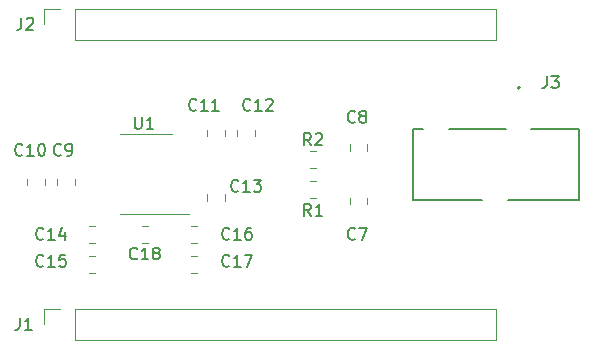
<source format=gbr>
%TF.GenerationSoftware,KiCad,Pcbnew,7.0.9*%
%TF.CreationDate,2023-12-17T12:43:31-08:00*%
%TF.ProjectId,bt_aux,62745f61-7578-42e6-9b69-6361645f7063,rev?*%
%TF.SameCoordinates,Original*%
%TF.FileFunction,Legend,Top*%
%TF.FilePolarity,Positive*%
%FSLAX46Y46*%
G04 Gerber Fmt 4.6, Leading zero omitted, Abs format (unit mm)*
G04 Created by KiCad (PCBNEW 7.0.9) date 2023-12-17 12:43:31*
%MOMM*%
%LPD*%
G01*
G04 APERTURE LIST*
%ADD10C,0.150000*%
%ADD11C,0.120000*%
%ADD12C,0.127000*%
%ADD13C,0.200000*%
G04 APERTURE END LIST*
D10*
X152741333Y-99673580D02*
X152693714Y-99721200D01*
X152693714Y-99721200D02*
X152550857Y-99768819D01*
X152550857Y-99768819D02*
X152455619Y-99768819D01*
X152455619Y-99768819D02*
X152312762Y-99721200D01*
X152312762Y-99721200D02*
X152217524Y-99625961D01*
X152217524Y-99625961D02*
X152169905Y-99530723D01*
X152169905Y-99530723D02*
X152122286Y-99340247D01*
X152122286Y-99340247D02*
X152122286Y-99197390D01*
X152122286Y-99197390D02*
X152169905Y-99006914D01*
X152169905Y-99006914D02*
X152217524Y-98911676D01*
X152217524Y-98911676D02*
X152312762Y-98816438D01*
X152312762Y-98816438D02*
X152455619Y-98768819D01*
X152455619Y-98768819D02*
X152550857Y-98768819D01*
X152550857Y-98768819D02*
X152693714Y-98816438D01*
X152693714Y-98816438D02*
X152741333Y-98864057D01*
X153312762Y-99197390D02*
X153217524Y-99149771D01*
X153217524Y-99149771D02*
X153169905Y-99102152D01*
X153169905Y-99102152D02*
X153122286Y-99006914D01*
X153122286Y-99006914D02*
X153122286Y-98959295D01*
X153122286Y-98959295D02*
X153169905Y-98864057D01*
X153169905Y-98864057D02*
X153217524Y-98816438D01*
X153217524Y-98816438D02*
X153312762Y-98768819D01*
X153312762Y-98768819D02*
X153503238Y-98768819D01*
X153503238Y-98768819D02*
X153598476Y-98816438D01*
X153598476Y-98816438D02*
X153646095Y-98864057D01*
X153646095Y-98864057D02*
X153693714Y-98959295D01*
X153693714Y-98959295D02*
X153693714Y-99006914D01*
X153693714Y-99006914D02*
X153646095Y-99102152D01*
X153646095Y-99102152D02*
X153598476Y-99149771D01*
X153598476Y-99149771D02*
X153503238Y-99197390D01*
X153503238Y-99197390D02*
X153312762Y-99197390D01*
X153312762Y-99197390D02*
X153217524Y-99245009D01*
X153217524Y-99245009D02*
X153169905Y-99292628D01*
X153169905Y-99292628D02*
X153122286Y-99387866D01*
X153122286Y-99387866D02*
X153122286Y-99578342D01*
X153122286Y-99578342D02*
X153169905Y-99673580D01*
X153169905Y-99673580D02*
X153217524Y-99721200D01*
X153217524Y-99721200D02*
X153312762Y-99768819D01*
X153312762Y-99768819D02*
X153503238Y-99768819D01*
X153503238Y-99768819D02*
X153598476Y-99721200D01*
X153598476Y-99721200D02*
X153646095Y-99673580D01*
X153646095Y-99673580D02*
X153693714Y-99578342D01*
X153693714Y-99578342D02*
X153693714Y-99387866D01*
X153693714Y-99387866D02*
X153646095Y-99292628D01*
X153646095Y-99292628D02*
X153598476Y-99245009D01*
X153598476Y-99245009D02*
X153503238Y-99197390D01*
X142867142Y-105515580D02*
X142819523Y-105563200D01*
X142819523Y-105563200D02*
X142676666Y-105610819D01*
X142676666Y-105610819D02*
X142581428Y-105610819D01*
X142581428Y-105610819D02*
X142438571Y-105563200D01*
X142438571Y-105563200D02*
X142343333Y-105467961D01*
X142343333Y-105467961D02*
X142295714Y-105372723D01*
X142295714Y-105372723D02*
X142248095Y-105182247D01*
X142248095Y-105182247D02*
X142248095Y-105039390D01*
X142248095Y-105039390D02*
X142295714Y-104848914D01*
X142295714Y-104848914D02*
X142343333Y-104753676D01*
X142343333Y-104753676D02*
X142438571Y-104658438D01*
X142438571Y-104658438D02*
X142581428Y-104610819D01*
X142581428Y-104610819D02*
X142676666Y-104610819D01*
X142676666Y-104610819D02*
X142819523Y-104658438D01*
X142819523Y-104658438D02*
X142867142Y-104706057D01*
X143819523Y-105610819D02*
X143248095Y-105610819D01*
X143533809Y-105610819D02*
X143533809Y-104610819D01*
X143533809Y-104610819D02*
X143438571Y-104753676D01*
X143438571Y-104753676D02*
X143343333Y-104848914D01*
X143343333Y-104848914D02*
X143248095Y-104896533D01*
X144152857Y-104610819D02*
X144771904Y-104610819D01*
X144771904Y-104610819D02*
X144438571Y-104991771D01*
X144438571Y-104991771D02*
X144581428Y-104991771D01*
X144581428Y-104991771D02*
X144676666Y-105039390D01*
X144676666Y-105039390D02*
X144724285Y-105087009D01*
X144724285Y-105087009D02*
X144771904Y-105182247D01*
X144771904Y-105182247D02*
X144771904Y-105420342D01*
X144771904Y-105420342D02*
X144724285Y-105515580D01*
X144724285Y-105515580D02*
X144676666Y-105563200D01*
X144676666Y-105563200D02*
X144581428Y-105610819D01*
X144581428Y-105610819D02*
X144295714Y-105610819D01*
X144295714Y-105610819D02*
X144200476Y-105563200D01*
X144200476Y-105563200D02*
X144152857Y-105515580D01*
X168994666Y-95838819D02*
X168994666Y-96553104D01*
X168994666Y-96553104D02*
X168947047Y-96695961D01*
X168947047Y-96695961D02*
X168851809Y-96791200D01*
X168851809Y-96791200D02*
X168708952Y-96838819D01*
X168708952Y-96838819D02*
X168613714Y-96838819D01*
X169375619Y-95838819D02*
X169994666Y-95838819D01*
X169994666Y-95838819D02*
X169661333Y-96219771D01*
X169661333Y-96219771D02*
X169804190Y-96219771D01*
X169804190Y-96219771D02*
X169899428Y-96267390D01*
X169899428Y-96267390D02*
X169947047Y-96315009D01*
X169947047Y-96315009D02*
X169994666Y-96410247D01*
X169994666Y-96410247D02*
X169994666Y-96648342D01*
X169994666Y-96648342D02*
X169947047Y-96743580D01*
X169947047Y-96743580D02*
X169899428Y-96791200D01*
X169899428Y-96791200D02*
X169804190Y-96838819D01*
X169804190Y-96838819D02*
X169518476Y-96838819D01*
X169518476Y-96838819D02*
X169423238Y-96791200D01*
X169423238Y-96791200D02*
X169375619Y-96743580D01*
X149020833Y-107642819D02*
X148687500Y-107166628D01*
X148449405Y-107642819D02*
X148449405Y-106642819D01*
X148449405Y-106642819D02*
X148830357Y-106642819D01*
X148830357Y-106642819D02*
X148925595Y-106690438D01*
X148925595Y-106690438D02*
X148973214Y-106738057D01*
X148973214Y-106738057D02*
X149020833Y-106833295D01*
X149020833Y-106833295D02*
X149020833Y-106976152D01*
X149020833Y-106976152D02*
X148973214Y-107071390D01*
X148973214Y-107071390D02*
X148925595Y-107119009D01*
X148925595Y-107119009D02*
X148830357Y-107166628D01*
X148830357Y-107166628D02*
X148449405Y-107166628D01*
X149973214Y-107642819D02*
X149401786Y-107642819D01*
X149687500Y-107642819D02*
X149687500Y-106642819D01*
X149687500Y-106642819D02*
X149592262Y-106785676D01*
X149592262Y-106785676D02*
X149497024Y-106880914D01*
X149497024Y-106880914D02*
X149401786Y-106928533D01*
X126357142Y-111865580D02*
X126309523Y-111913200D01*
X126309523Y-111913200D02*
X126166666Y-111960819D01*
X126166666Y-111960819D02*
X126071428Y-111960819D01*
X126071428Y-111960819D02*
X125928571Y-111913200D01*
X125928571Y-111913200D02*
X125833333Y-111817961D01*
X125833333Y-111817961D02*
X125785714Y-111722723D01*
X125785714Y-111722723D02*
X125738095Y-111532247D01*
X125738095Y-111532247D02*
X125738095Y-111389390D01*
X125738095Y-111389390D02*
X125785714Y-111198914D01*
X125785714Y-111198914D02*
X125833333Y-111103676D01*
X125833333Y-111103676D02*
X125928571Y-111008438D01*
X125928571Y-111008438D02*
X126071428Y-110960819D01*
X126071428Y-110960819D02*
X126166666Y-110960819D01*
X126166666Y-110960819D02*
X126309523Y-111008438D01*
X126309523Y-111008438D02*
X126357142Y-111056057D01*
X127309523Y-111960819D02*
X126738095Y-111960819D01*
X127023809Y-111960819D02*
X127023809Y-110960819D01*
X127023809Y-110960819D02*
X126928571Y-111103676D01*
X126928571Y-111103676D02*
X126833333Y-111198914D01*
X126833333Y-111198914D02*
X126738095Y-111246533D01*
X128214285Y-110960819D02*
X127738095Y-110960819D01*
X127738095Y-110960819D02*
X127690476Y-111437009D01*
X127690476Y-111437009D02*
X127738095Y-111389390D01*
X127738095Y-111389390D02*
X127833333Y-111341771D01*
X127833333Y-111341771D02*
X128071428Y-111341771D01*
X128071428Y-111341771D02*
X128166666Y-111389390D01*
X128166666Y-111389390D02*
X128214285Y-111437009D01*
X128214285Y-111437009D02*
X128261904Y-111532247D01*
X128261904Y-111532247D02*
X128261904Y-111770342D01*
X128261904Y-111770342D02*
X128214285Y-111865580D01*
X128214285Y-111865580D02*
X128166666Y-111913200D01*
X128166666Y-111913200D02*
X128071428Y-111960819D01*
X128071428Y-111960819D02*
X127833333Y-111960819D01*
X127833333Y-111960819D02*
X127738095Y-111913200D01*
X127738095Y-111913200D02*
X127690476Y-111865580D01*
X124579142Y-102467580D02*
X124531523Y-102515200D01*
X124531523Y-102515200D02*
X124388666Y-102562819D01*
X124388666Y-102562819D02*
X124293428Y-102562819D01*
X124293428Y-102562819D02*
X124150571Y-102515200D01*
X124150571Y-102515200D02*
X124055333Y-102419961D01*
X124055333Y-102419961D02*
X124007714Y-102324723D01*
X124007714Y-102324723D02*
X123960095Y-102134247D01*
X123960095Y-102134247D02*
X123960095Y-101991390D01*
X123960095Y-101991390D02*
X124007714Y-101800914D01*
X124007714Y-101800914D02*
X124055333Y-101705676D01*
X124055333Y-101705676D02*
X124150571Y-101610438D01*
X124150571Y-101610438D02*
X124293428Y-101562819D01*
X124293428Y-101562819D02*
X124388666Y-101562819D01*
X124388666Y-101562819D02*
X124531523Y-101610438D01*
X124531523Y-101610438D02*
X124579142Y-101658057D01*
X125531523Y-102562819D02*
X124960095Y-102562819D01*
X125245809Y-102562819D02*
X125245809Y-101562819D01*
X125245809Y-101562819D02*
X125150571Y-101705676D01*
X125150571Y-101705676D02*
X125055333Y-101800914D01*
X125055333Y-101800914D02*
X124960095Y-101848533D01*
X126150571Y-101562819D02*
X126245809Y-101562819D01*
X126245809Y-101562819D02*
X126341047Y-101610438D01*
X126341047Y-101610438D02*
X126388666Y-101658057D01*
X126388666Y-101658057D02*
X126436285Y-101753295D01*
X126436285Y-101753295D02*
X126483904Y-101943771D01*
X126483904Y-101943771D02*
X126483904Y-102181866D01*
X126483904Y-102181866D02*
X126436285Y-102372342D01*
X126436285Y-102372342D02*
X126388666Y-102467580D01*
X126388666Y-102467580D02*
X126341047Y-102515200D01*
X126341047Y-102515200D02*
X126245809Y-102562819D01*
X126245809Y-102562819D02*
X126150571Y-102562819D01*
X126150571Y-102562819D02*
X126055333Y-102515200D01*
X126055333Y-102515200D02*
X126007714Y-102467580D01*
X126007714Y-102467580D02*
X125960095Y-102372342D01*
X125960095Y-102372342D02*
X125912476Y-102181866D01*
X125912476Y-102181866D02*
X125912476Y-101943771D01*
X125912476Y-101943771D02*
X125960095Y-101753295D01*
X125960095Y-101753295D02*
X126007714Y-101658057D01*
X126007714Y-101658057D02*
X126055333Y-101610438D01*
X126055333Y-101610438D02*
X126150571Y-101562819D01*
X124380666Y-116294819D02*
X124380666Y-117009104D01*
X124380666Y-117009104D02*
X124333047Y-117151961D01*
X124333047Y-117151961D02*
X124237809Y-117247200D01*
X124237809Y-117247200D02*
X124094952Y-117294819D01*
X124094952Y-117294819D02*
X123999714Y-117294819D01*
X125380666Y-117294819D02*
X124809238Y-117294819D01*
X125094952Y-117294819D02*
X125094952Y-116294819D01*
X125094952Y-116294819D02*
X124999714Y-116437676D01*
X124999714Y-116437676D02*
X124904476Y-116532914D01*
X124904476Y-116532914D02*
X124809238Y-116580533D01*
X142105142Y-111865580D02*
X142057523Y-111913200D01*
X142057523Y-111913200D02*
X141914666Y-111960819D01*
X141914666Y-111960819D02*
X141819428Y-111960819D01*
X141819428Y-111960819D02*
X141676571Y-111913200D01*
X141676571Y-111913200D02*
X141581333Y-111817961D01*
X141581333Y-111817961D02*
X141533714Y-111722723D01*
X141533714Y-111722723D02*
X141486095Y-111532247D01*
X141486095Y-111532247D02*
X141486095Y-111389390D01*
X141486095Y-111389390D02*
X141533714Y-111198914D01*
X141533714Y-111198914D02*
X141581333Y-111103676D01*
X141581333Y-111103676D02*
X141676571Y-111008438D01*
X141676571Y-111008438D02*
X141819428Y-110960819D01*
X141819428Y-110960819D02*
X141914666Y-110960819D01*
X141914666Y-110960819D02*
X142057523Y-111008438D01*
X142057523Y-111008438D02*
X142105142Y-111056057D01*
X143057523Y-111960819D02*
X142486095Y-111960819D01*
X142771809Y-111960819D02*
X142771809Y-110960819D01*
X142771809Y-110960819D02*
X142676571Y-111103676D01*
X142676571Y-111103676D02*
X142581333Y-111198914D01*
X142581333Y-111198914D02*
X142486095Y-111246533D01*
X143390857Y-110960819D02*
X144057523Y-110960819D01*
X144057523Y-110960819D02*
X143628952Y-111960819D01*
X152741333Y-109579580D02*
X152693714Y-109627200D01*
X152693714Y-109627200D02*
X152550857Y-109674819D01*
X152550857Y-109674819D02*
X152455619Y-109674819D01*
X152455619Y-109674819D02*
X152312762Y-109627200D01*
X152312762Y-109627200D02*
X152217524Y-109531961D01*
X152217524Y-109531961D02*
X152169905Y-109436723D01*
X152169905Y-109436723D02*
X152122286Y-109246247D01*
X152122286Y-109246247D02*
X152122286Y-109103390D01*
X152122286Y-109103390D02*
X152169905Y-108912914D01*
X152169905Y-108912914D02*
X152217524Y-108817676D01*
X152217524Y-108817676D02*
X152312762Y-108722438D01*
X152312762Y-108722438D02*
X152455619Y-108674819D01*
X152455619Y-108674819D02*
X152550857Y-108674819D01*
X152550857Y-108674819D02*
X152693714Y-108722438D01*
X152693714Y-108722438D02*
X152741333Y-108770057D01*
X153074667Y-108674819D02*
X153741333Y-108674819D01*
X153741333Y-108674819D02*
X153312762Y-109674819D01*
X143883142Y-98657580D02*
X143835523Y-98705200D01*
X143835523Y-98705200D02*
X143692666Y-98752819D01*
X143692666Y-98752819D02*
X143597428Y-98752819D01*
X143597428Y-98752819D02*
X143454571Y-98705200D01*
X143454571Y-98705200D02*
X143359333Y-98609961D01*
X143359333Y-98609961D02*
X143311714Y-98514723D01*
X143311714Y-98514723D02*
X143264095Y-98324247D01*
X143264095Y-98324247D02*
X143264095Y-98181390D01*
X143264095Y-98181390D02*
X143311714Y-97990914D01*
X143311714Y-97990914D02*
X143359333Y-97895676D01*
X143359333Y-97895676D02*
X143454571Y-97800438D01*
X143454571Y-97800438D02*
X143597428Y-97752819D01*
X143597428Y-97752819D02*
X143692666Y-97752819D01*
X143692666Y-97752819D02*
X143835523Y-97800438D01*
X143835523Y-97800438D02*
X143883142Y-97848057D01*
X144835523Y-98752819D02*
X144264095Y-98752819D01*
X144549809Y-98752819D02*
X144549809Y-97752819D01*
X144549809Y-97752819D02*
X144454571Y-97895676D01*
X144454571Y-97895676D02*
X144359333Y-97990914D01*
X144359333Y-97990914D02*
X144264095Y-98038533D01*
X145216476Y-97848057D02*
X145264095Y-97800438D01*
X145264095Y-97800438D02*
X145359333Y-97752819D01*
X145359333Y-97752819D02*
X145597428Y-97752819D01*
X145597428Y-97752819D02*
X145692666Y-97800438D01*
X145692666Y-97800438D02*
X145740285Y-97848057D01*
X145740285Y-97848057D02*
X145787904Y-97943295D01*
X145787904Y-97943295D02*
X145787904Y-98038533D01*
X145787904Y-98038533D02*
X145740285Y-98181390D01*
X145740285Y-98181390D02*
X145168857Y-98752819D01*
X145168857Y-98752819D02*
X145787904Y-98752819D01*
X139311142Y-98657580D02*
X139263523Y-98705200D01*
X139263523Y-98705200D02*
X139120666Y-98752819D01*
X139120666Y-98752819D02*
X139025428Y-98752819D01*
X139025428Y-98752819D02*
X138882571Y-98705200D01*
X138882571Y-98705200D02*
X138787333Y-98609961D01*
X138787333Y-98609961D02*
X138739714Y-98514723D01*
X138739714Y-98514723D02*
X138692095Y-98324247D01*
X138692095Y-98324247D02*
X138692095Y-98181390D01*
X138692095Y-98181390D02*
X138739714Y-97990914D01*
X138739714Y-97990914D02*
X138787333Y-97895676D01*
X138787333Y-97895676D02*
X138882571Y-97800438D01*
X138882571Y-97800438D02*
X139025428Y-97752819D01*
X139025428Y-97752819D02*
X139120666Y-97752819D01*
X139120666Y-97752819D02*
X139263523Y-97800438D01*
X139263523Y-97800438D02*
X139311142Y-97848057D01*
X140263523Y-98752819D02*
X139692095Y-98752819D01*
X139977809Y-98752819D02*
X139977809Y-97752819D01*
X139977809Y-97752819D02*
X139882571Y-97895676D01*
X139882571Y-97895676D02*
X139787333Y-97990914D01*
X139787333Y-97990914D02*
X139692095Y-98038533D01*
X141215904Y-98752819D02*
X140644476Y-98752819D01*
X140930190Y-98752819D02*
X140930190Y-97752819D01*
X140930190Y-97752819D02*
X140834952Y-97895676D01*
X140834952Y-97895676D02*
X140739714Y-97990914D01*
X140739714Y-97990914D02*
X140644476Y-98038533D01*
X134112095Y-99276819D02*
X134112095Y-100086342D01*
X134112095Y-100086342D02*
X134159714Y-100181580D01*
X134159714Y-100181580D02*
X134207333Y-100229200D01*
X134207333Y-100229200D02*
X134302571Y-100276819D01*
X134302571Y-100276819D02*
X134493047Y-100276819D01*
X134493047Y-100276819D02*
X134588285Y-100229200D01*
X134588285Y-100229200D02*
X134635904Y-100181580D01*
X134635904Y-100181580D02*
X134683523Y-100086342D01*
X134683523Y-100086342D02*
X134683523Y-99276819D01*
X135683523Y-100276819D02*
X135112095Y-100276819D01*
X135397809Y-100276819D02*
X135397809Y-99276819D01*
X135397809Y-99276819D02*
X135302571Y-99419676D01*
X135302571Y-99419676D02*
X135207333Y-99514914D01*
X135207333Y-99514914D02*
X135112095Y-99562533D01*
X126357142Y-109579580D02*
X126309523Y-109627200D01*
X126309523Y-109627200D02*
X126166666Y-109674819D01*
X126166666Y-109674819D02*
X126071428Y-109674819D01*
X126071428Y-109674819D02*
X125928571Y-109627200D01*
X125928571Y-109627200D02*
X125833333Y-109531961D01*
X125833333Y-109531961D02*
X125785714Y-109436723D01*
X125785714Y-109436723D02*
X125738095Y-109246247D01*
X125738095Y-109246247D02*
X125738095Y-109103390D01*
X125738095Y-109103390D02*
X125785714Y-108912914D01*
X125785714Y-108912914D02*
X125833333Y-108817676D01*
X125833333Y-108817676D02*
X125928571Y-108722438D01*
X125928571Y-108722438D02*
X126071428Y-108674819D01*
X126071428Y-108674819D02*
X126166666Y-108674819D01*
X126166666Y-108674819D02*
X126309523Y-108722438D01*
X126309523Y-108722438D02*
X126357142Y-108770057D01*
X127309523Y-109674819D02*
X126738095Y-109674819D01*
X127023809Y-109674819D02*
X127023809Y-108674819D01*
X127023809Y-108674819D02*
X126928571Y-108817676D01*
X126928571Y-108817676D02*
X126833333Y-108912914D01*
X126833333Y-108912914D02*
X126738095Y-108960533D01*
X128166666Y-109008152D02*
X128166666Y-109674819D01*
X127928571Y-108627200D02*
X127690476Y-109341485D01*
X127690476Y-109341485D02*
X128309523Y-109341485D01*
X149020833Y-101674819D02*
X148687500Y-101198628D01*
X148449405Y-101674819D02*
X148449405Y-100674819D01*
X148449405Y-100674819D02*
X148830357Y-100674819D01*
X148830357Y-100674819D02*
X148925595Y-100722438D01*
X148925595Y-100722438D02*
X148973214Y-100770057D01*
X148973214Y-100770057D02*
X149020833Y-100865295D01*
X149020833Y-100865295D02*
X149020833Y-101008152D01*
X149020833Y-101008152D02*
X148973214Y-101103390D01*
X148973214Y-101103390D02*
X148925595Y-101151009D01*
X148925595Y-101151009D02*
X148830357Y-101198628D01*
X148830357Y-101198628D02*
X148449405Y-101198628D01*
X149401786Y-100770057D02*
X149449405Y-100722438D01*
X149449405Y-100722438D02*
X149544643Y-100674819D01*
X149544643Y-100674819D02*
X149782738Y-100674819D01*
X149782738Y-100674819D02*
X149877976Y-100722438D01*
X149877976Y-100722438D02*
X149925595Y-100770057D01*
X149925595Y-100770057D02*
X149973214Y-100865295D01*
X149973214Y-100865295D02*
X149973214Y-100960533D01*
X149973214Y-100960533D02*
X149925595Y-101103390D01*
X149925595Y-101103390D02*
X149354167Y-101674819D01*
X149354167Y-101674819D02*
X149973214Y-101674819D01*
X134297142Y-111259580D02*
X134249523Y-111307200D01*
X134249523Y-111307200D02*
X134106666Y-111354819D01*
X134106666Y-111354819D02*
X134011428Y-111354819D01*
X134011428Y-111354819D02*
X133868571Y-111307200D01*
X133868571Y-111307200D02*
X133773333Y-111211961D01*
X133773333Y-111211961D02*
X133725714Y-111116723D01*
X133725714Y-111116723D02*
X133678095Y-110926247D01*
X133678095Y-110926247D02*
X133678095Y-110783390D01*
X133678095Y-110783390D02*
X133725714Y-110592914D01*
X133725714Y-110592914D02*
X133773333Y-110497676D01*
X133773333Y-110497676D02*
X133868571Y-110402438D01*
X133868571Y-110402438D02*
X134011428Y-110354819D01*
X134011428Y-110354819D02*
X134106666Y-110354819D01*
X134106666Y-110354819D02*
X134249523Y-110402438D01*
X134249523Y-110402438D02*
X134297142Y-110450057D01*
X135249523Y-111354819D02*
X134678095Y-111354819D01*
X134963809Y-111354819D02*
X134963809Y-110354819D01*
X134963809Y-110354819D02*
X134868571Y-110497676D01*
X134868571Y-110497676D02*
X134773333Y-110592914D01*
X134773333Y-110592914D02*
X134678095Y-110640533D01*
X135820952Y-110783390D02*
X135725714Y-110735771D01*
X135725714Y-110735771D02*
X135678095Y-110688152D01*
X135678095Y-110688152D02*
X135630476Y-110592914D01*
X135630476Y-110592914D02*
X135630476Y-110545295D01*
X135630476Y-110545295D02*
X135678095Y-110450057D01*
X135678095Y-110450057D02*
X135725714Y-110402438D01*
X135725714Y-110402438D02*
X135820952Y-110354819D01*
X135820952Y-110354819D02*
X136011428Y-110354819D01*
X136011428Y-110354819D02*
X136106666Y-110402438D01*
X136106666Y-110402438D02*
X136154285Y-110450057D01*
X136154285Y-110450057D02*
X136201904Y-110545295D01*
X136201904Y-110545295D02*
X136201904Y-110592914D01*
X136201904Y-110592914D02*
X136154285Y-110688152D01*
X136154285Y-110688152D02*
X136106666Y-110735771D01*
X136106666Y-110735771D02*
X136011428Y-110783390D01*
X136011428Y-110783390D02*
X135820952Y-110783390D01*
X135820952Y-110783390D02*
X135725714Y-110831009D01*
X135725714Y-110831009D02*
X135678095Y-110878628D01*
X135678095Y-110878628D02*
X135630476Y-110973866D01*
X135630476Y-110973866D02*
X135630476Y-111164342D01*
X135630476Y-111164342D02*
X135678095Y-111259580D01*
X135678095Y-111259580D02*
X135725714Y-111307200D01*
X135725714Y-111307200D02*
X135820952Y-111354819D01*
X135820952Y-111354819D02*
X136011428Y-111354819D01*
X136011428Y-111354819D02*
X136106666Y-111307200D01*
X136106666Y-111307200D02*
X136154285Y-111259580D01*
X136154285Y-111259580D02*
X136201904Y-111164342D01*
X136201904Y-111164342D02*
X136201904Y-110973866D01*
X136201904Y-110973866D02*
X136154285Y-110878628D01*
X136154285Y-110878628D02*
X136106666Y-110831009D01*
X136106666Y-110831009D02*
X136011428Y-110783390D01*
X142105142Y-109579580D02*
X142057523Y-109627200D01*
X142057523Y-109627200D02*
X141914666Y-109674819D01*
X141914666Y-109674819D02*
X141819428Y-109674819D01*
X141819428Y-109674819D02*
X141676571Y-109627200D01*
X141676571Y-109627200D02*
X141581333Y-109531961D01*
X141581333Y-109531961D02*
X141533714Y-109436723D01*
X141533714Y-109436723D02*
X141486095Y-109246247D01*
X141486095Y-109246247D02*
X141486095Y-109103390D01*
X141486095Y-109103390D02*
X141533714Y-108912914D01*
X141533714Y-108912914D02*
X141581333Y-108817676D01*
X141581333Y-108817676D02*
X141676571Y-108722438D01*
X141676571Y-108722438D02*
X141819428Y-108674819D01*
X141819428Y-108674819D02*
X141914666Y-108674819D01*
X141914666Y-108674819D02*
X142057523Y-108722438D01*
X142057523Y-108722438D02*
X142105142Y-108770057D01*
X143057523Y-109674819D02*
X142486095Y-109674819D01*
X142771809Y-109674819D02*
X142771809Y-108674819D01*
X142771809Y-108674819D02*
X142676571Y-108817676D01*
X142676571Y-108817676D02*
X142581333Y-108912914D01*
X142581333Y-108912914D02*
X142486095Y-108960533D01*
X143914666Y-108674819D02*
X143724190Y-108674819D01*
X143724190Y-108674819D02*
X143628952Y-108722438D01*
X143628952Y-108722438D02*
X143581333Y-108770057D01*
X143581333Y-108770057D02*
X143486095Y-108912914D01*
X143486095Y-108912914D02*
X143438476Y-109103390D01*
X143438476Y-109103390D02*
X143438476Y-109484342D01*
X143438476Y-109484342D02*
X143486095Y-109579580D01*
X143486095Y-109579580D02*
X143533714Y-109627200D01*
X143533714Y-109627200D02*
X143628952Y-109674819D01*
X143628952Y-109674819D02*
X143819428Y-109674819D01*
X143819428Y-109674819D02*
X143914666Y-109627200D01*
X143914666Y-109627200D02*
X143962285Y-109579580D01*
X143962285Y-109579580D02*
X144009904Y-109484342D01*
X144009904Y-109484342D02*
X144009904Y-109246247D01*
X144009904Y-109246247D02*
X143962285Y-109151009D01*
X143962285Y-109151009D02*
X143914666Y-109103390D01*
X143914666Y-109103390D02*
X143819428Y-109055771D01*
X143819428Y-109055771D02*
X143628952Y-109055771D01*
X143628952Y-109055771D02*
X143533714Y-109103390D01*
X143533714Y-109103390D02*
X143486095Y-109151009D01*
X143486095Y-109151009D02*
X143438476Y-109246247D01*
X127849333Y-102467580D02*
X127801714Y-102515200D01*
X127801714Y-102515200D02*
X127658857Y-102562819D01*
X127658857Y-102562819D02*
X127563619Y-102562819D01*
X127563619Y-102562819D02*
X127420762Y-102515200D01*
X127420762Y-102515200D02*
X127325524Y-102419961D01*
X127325524Y-102419961D02*
X127277905Y-102324723D01*
X127277905Y-102324723D02*
X127230286Y-102134247D01*
X127230286Y-102134247D02*
X127230286Y-101991390D01*
X127230286Y-101991390D02*
X127277905Y-101800914D01*
X127277905Y-101800914D02*
X127325524Y-101705676D01*
X127325524Y-101705676D02*
X127420762Y-101610438D01*
X127420762Y-101610438D02*
X127563619Y-101562819D01*
X127563619Y-101562819D02*
X127658857Y-101562819D01*
X127658857Y-101562819D02*
X127801714Y-101610438D01*
X127801714Y-101610438D02*
X127849333Y-101658057D01*
X128325524Y-102562819D02*
X128516000Y-102562819D01*
X128516000Y-102562819D02*
X128611238Y-102515200D01*
X128611238Y-102515200D02*
X128658857Y-102467580D01*
X128658857Y-102467580D02*
X128754095Y-102324723D01*
X128754095Y-102324723D02*
X128801714Y-102134247D01*
X128801714Y-102134247D02*
X128801714Y-101753295D01*
X128801714Y-101753295D02*
X128754095Y-101658057D01*
X128754095Y-101658057D02*
X128706476Y-101610438D01*
X128706476Y-101610438D02*
X128611238Y-101562819D01*
X128611238Y-101562819D02*
X128420762Y-101562819D01*
X128420762Y-101562819D02*
X128325524Y-101610438D01*
X128325524Y-101610438D02*
X128277905Y-101658057D01*
X128277905Y-101658057D02*
X128230286Y-101753295D01*
X128230286Y-101753295D02*
X128230286Y-101991390D01*
X128230286Y-101991390D02*
X128277905Y-102086628D01*
X128277905Y-102086628D02*
X128325524Y-102134247D01*
X128325524Y-102134247D02*
X128420762Y-102181866D01*
X128420762Y-102181866D02*
X128611238Y-102181866D01*
X128611238Y-102181866D02*
X128706476Y-102134247D01*
X128706476Y-102134247D02*
X128754095Y-102086628D01*
X128754095Y-102086628D02*
X128801714Y-101991390D01*
X124507666Y-90894819D02*
X124507666Y-91609104D01*
X124507666Y-91609104D02*
X124460047Y-91751961D01*
X124460047Y-91751961D02*
X124364809Y-91847200D01*
X124364809Y-91847200D02*
X124221952Y-91894819D01*
X124221952Y-91894819D02*
X124126714Y-91894819D01*
X124936238Y-90990057D02*
X124983857Y-90942438D01*
X124983857Y-90942438D02*
X125079095Y-90894819D01*
X125079095Y-90894819D02*
X125317190Y-90894819D01*
X125317190Y-90894819D02*
X125412428Y-90942438D01*
X125412428Y-90942438D02*
X125460047Y-90990057D01*
X125460047Y-90990057D02*
X125507666Y-91085295D01*
X125507666Y-91085295D02*
X125507666Y-91180533D01*
X125507666Y-91180533D02*
X125460047Y-91323390D01*
X125460047Y-91323390D02*
X124888619Y-91894819D01*
X124888619Y-91894819D02*
X125507666Y-91894819D01*
D11*
%TO.C,C8*%
X152300000Y-102131252D02*
X152300000Y-101608748D01*
X153770000Y-102131252D02*
X153770000Y-101608748D01*
%TO.C,C13*%
X141705000Y-105844748D02*
X141705000Y-106367252D01*
X140235000Y-105844748D02*
X140235000Y-106367252D01*
D12*
%TO.C,J3*%
X171692000Y-106310000D02*
X165662000Y-106310000D01*
X171692000Y-100310000D02*
X171692000Y-106310000D01*
X167662000Y-100310000D02*
X171692000Y-100310000D01*
X165522000Y-100310000D02*
X160662000Y-100310000D01*
X163522000Y-106310000D02*
X157692000Y-106310000D01*
X157692000Y-106310000D02*
X157692000Y-100310000D01*
X157692000Y-100310000D02*
X158522000Y-100310000D01*
D13*
X166692000Y-96810000D02*
G75*
G03*
X166692000Y-96810000I-100000J0D01*
G01*
D11*
%TO.C,R1*%
X148960436Y-104675000D02*
X149414564Y-104675000D01*
X148960436Y-106145000D02*
X149414564Y-106145000D01*
%TO.C,C15*%
X130756252Y-112495000D02*
X130233748Y-112495000D01*
X130756252Y-111025000D02*
X130233748Y-111025000D01*
%TO.C,C10*%
X124995000Y-105046252D02*
X124995000Y-104523748D01*
X126465000Y-105046252D02*
X126465000Y-104523748D01*
%TO.C,J1*%
X129032000Y-118170000D02*
X164652000Y-118170000D01*
X129032000Y-118170000D02*
X129032000Y-115510000D01*
X164652000Y-118170000D02*
X164652000Y-115510000D01*
X126432000Y-116840000D02*
X126432000Y-115510000D01*
X126432000Y-115510000D02*
X127762000Y-115510000D01*
X129032000Y-115510000D02*
X164652000Y-115510000D01*
%TO.C,C17*%
X138864748Y-111025000D02*
X139387252Y-111025000D01*
X138864748Y-112495000D02*
X139387252Y-112495000D01*
%TO.C,C7*%
X153770000Y-106148748D02*
X153770000Y-106671252D01*
X152300000Y-106148748D02*
X152300000Y-106671252D01*
%TO.C,C12*%
X142775000Y-100911252D02*
X142775000Y-100388748D01*
X144245000Y-100911252D02*
X144245000Y-100388748D01*
%TO.C,C11*%
X140235000Y-100911252D02*
X140235000Y-100388748D01*
X141705000Y-100911252D02*
X141705000Y-100388748D01*
%TO.C,U1*%
X135050000Y-107495000D02*
X138650000Y-107495000D01*
X135050000Y-107495000D02*
X132850000Y-107495000D01*
X135050000Y-100725000D02*
X137250000Y-100725000D01*
X135050000Y-100725000D02*
X132850000Y-100725000D01*
%TO.C,C14*%
X130756252Y-109955000D02*
X130233748Y-109955000D01*
X130756252Y-108485000D02*
X130233748Y-108485000D01*
%TO.C,R2*%
X148960436Y-102135000D02*
X149414564Y-102135000D01*
X148960436Y-103605000D02*
X149414564Y-103605000D01*
%TO.C,C18*%
X135201252Y-109955000D02*
X134678748Y-109955000D01*
X135201252Y-108485000D02*
X134678748Y-108485000D01*
%TO.C,C16*%
X138864748Y-108485000D02*
X139387252Y-108485000D01*
X138864748Y-109955000D02*
X139387252Y-109955000D01*
%TO.C,C9*%
X127535000Y-105046252D02*
X127535000Y-104523748D01*
X129005000Y-105046252D02*
X129005000Y-104523748D01*
%TO.C,J2*%
X129032000Y-92770000D02*
X164652000Y-92770000D01*
X129032000Y-92770000D02*
X129032000Y-90110000D01*
X164652000Y-92770000D02*
X164652000Y-90110000D01*
X126432000Y-91440000D02*
X126432000Y-90110000D01*
X126432000Y-90110000D02*
X127762000Y-90110000D01*
X129032000Y-90110000D02*
X164652000Y-90110000D01*
%TD*%
M02*

</source>
